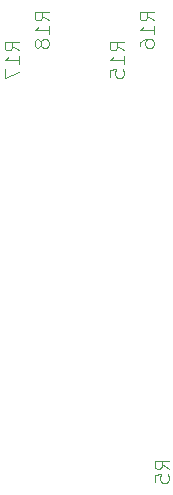
<source format=gbr>
%TF.GenerationSoftware,KiCad,Pcbnew,5.1.9-73d0e3b20d~88~ubuntu18.04.1*%
%TF.CreationDate,2021-01-30T02:03:27+01:00*%
%TF.ProjectId,terraesp,74657272-6165-4737-902e-6b696361645f,rev?*%
%TF.SameCoordinates,Original*%
%TF.FileFunction,Legend,Bot*%
%TF.FilePolarity,Positive*%
%FSLAX46Y46*%
G04 Gerber Fmt 4.6, Leading zero omitted, Abs format (unit mm)*
G04 Created by KiCad (PCBNEW 5.1.9-73d0e3b20d~88~ubuntu18.04.1) date 2021-01-30 02:03:27*
%MOMM*%
%LPD*%
G01*
G04 APERTURE LIST*
%ADD10C,0.096520*%
G04 APERTURE END LIST*
%TO.C,R5*%
D10*
X126863647Y-121812004D02*
X126289123Y-121409838D01*
X126863647Y-121122576D02*
X125657147Y-121122576D01*
X125657147Y-121582195D01*
X125714600Y-121697100D01*
X125772052Y-121754552D01*
X125886957Y-121812004D01*
X126059314Y-121812004D01*
X126174219Y-121754552D01*
X126231671Y-121697100D01*
X126289123Y-121582195D01*
X126289123Y-121122576D01*
X125657147Y-122903600D02*
X125657147Y-122329076D01*
X126231671Y-122271623D01*
X126174219Y-122329076D01*
X126116766Y-122443981D01*
X126116766Y-122731242D01*
X126174219Y-122846147D01*
X126231671Y-122903600D01*
X126346576Y-122961052D01*
X126633838Y-122961052D01*
X126748742Y-122903600D01*
X126806195Y-122846147D01*
X126863647Y-122731242D01*
X126863647Y-122443981D01*
X126806195Y-122329076D01*
X126748742Y-122271623D01*
%TO.C,R15*%
X123053647Y-86372957D02*
X122479123Y-85970790D01*
X123053647Y-85683528D02*
X121847147Y-85683528D01*
X121847147Y-86143147D01*
X121904600Y-86258052D01*
X121962052Y-86315504D01*
X122076957Y-86372957D01*
X122249314Y-86372957D01*
X122364219Y-86315504D01*
X122421671Y-86258052D01*
X122479123Y-86143147D01*
X122479123Y-85683528D01*
X123053647Y-87522004D02*
X123053647Y-86832576D01*
X123053647Y-87177290D02*
X121847147Y-87177290D01*
X122019504Y-87062385D01*
X122134409Y-86947481D01*
X122191861Y-86832576D01*
X121847147Y-88613600D02*
X121847147Y-88039076D01*
X122421671Y-87981623D01*
X122364219Y-88039076D01*
X122306766Y-88153981D01*
X122306766Y-88441242D01*
X122364219Y-88556147D01*
X122421671Y-88613600D01*
X122536576Y-88671052D01*
X122823838Y-88671052D01*
X122938742Y-88613600D01*
X122996195Y-88556147D01*
X123053647Y-88441242D01*
X123053647Y-88153981D01*
X122996195Y-88039076D01*
X122938742Y-87981623D01*
%TO.C,R16*%
X125593647Y-83832957D02*
X125019123Y-83430790D01*
X125593647Y-83143528D02*
X124387147Y-83143528D01*
X124387147Y-83603147D01*
X124444600Y-83718052D01*
X124502052Y-83775504D01*
X124616957Y-83832957D01*
X124789314Y-83832957D01*
X124904219Y-83775504D01*
X124961671Y-83718052D01*
X125019123Y-83603147D01*
X125019123Y-83143528D01*
X125593647Y-84982004D02*
X125593647Y-84292576D01*
X125593647Y-84637290D02*
X124387147Y-84637290D01*
X124559504Y-84522385D01*
X124674409Y-84407481D01*
X124731861Y-84292576D01*
X124387147Y-86016147D02*
X124387147Y-85786338D01*
X124444600Y-85671433D01*
X124502052Y-85613981D01*
X124674409Y-85499076D01*
X124904219Y-85441623D01*
X125363838Y-85441623D01*
X125478742Y-85499076D01*
X125536195Y-85556528D01*
X125593647Y-85671433D01*
X125593647Y-85901242D01*
X125536195Y-86016147D01*
X125478742Y-86073600D01*
X125363838Y-86131052D01*
X125076576Y-86131052D01*
X124961671Y-86073600D01*
X124904219Y-86016147D01*
X124846766Y-85901242D01*
X124846766Y-85671433D01*
X124904219Y-85556528D01*
X124961671Y-85499076D01*
X125076576Y-85441623D01*
%TO.C,R17*%
X114163647Y-86372957D02*
X113589123Y-85970790D01*
X114163647Y-85683528D02*
X112957147Y-85683528D01*
X112957147Y-86143147D01*
X113014600Y-86258052D01*
X113072052Y-86315504D01*
X113186957Y-86372957D01*
X113359314Y-86372957D01*
X113474219Y-86315504D01*
X113531671Y-86258052D01*
X113589123Y-86143147D01*
X113589123Y-85683528D01*
X114163647Y-87522004D02*
X114163647Y-86832576D01*
X114163647Y-87177290D02*
X112957147Y-87177290D01*
X113129504Y-87062385D01*
X113244409Y-86947481D01*
X113301861Y-86832576D01*
X112957147Y-87924171D02*
X112957147Y-88728504D01*
X114163647Y-88211433D01*
%TO.C,R18*%
X116703647Y-83832957D02*
X116129123Y-83430790D01*
X116703647Y-83143528D02*
X115497147Y-83143528D01*
X115497147Y-83603147D01*
X115554600Y-83718052D01*
X115612052Y-83775504D01*
X115726957Y-83832957D01*
X115899314Y-83832957D01*
X116014219Y-83775504D01*
X116071671Y-83718052D01*
X116129123Y-83603147D01*
X116129123Y-83143528D01*
X116703647Y-84982004D02*
X116703647Y-84292576D01*
X116703647Y-84637290D02*
X115497147Y-84637290D01*
X115669504Y-84522385D01*
X115784409Y-84407481D01*
X115841861Y-84292576D01*
X116014219Y-85671433D02*
X115956766Y-85556528D01*
X115899314Y-85499076D01*
X115784409Y-85441623D01*
X115726957Y-85441623D01*
X115612052Y-85499076D01*
X115554600Y-85556528D01*
X115497147Y-85671433D01*
X115497147Y-85901242D01*
X115554600Y-86016147D01*
X115612052Y-86073600D01*
X115726957Y-86131052D01*
X115784409Y-86131052D01*
X115899314Y-86073600D01*
X115956766Y-86016147D01*
X116014219Y-85901242D01*
X116014219Y-85671433D01*
X116071671Y-85556528D01*
X116129123Y-85499076D01*
X116244028Y-85441623D01*
X116473838Y-85441623D01*
X116588742Y-85499076D01*
X116646195Y-85556528D01*
X116703647Y-85671433D01*
X116703647Y-85901242D01*
X116646195Y-86016147D01*
X116588742Y-86073600D01*
X116473838Y-86131052D01*
X116244028Y-86131052D01*
X116129123Y-86073600D01*
X116071671Y-86016147D01*
X116014219Y-85901242D01*
%TD*%
M02*

</source>
